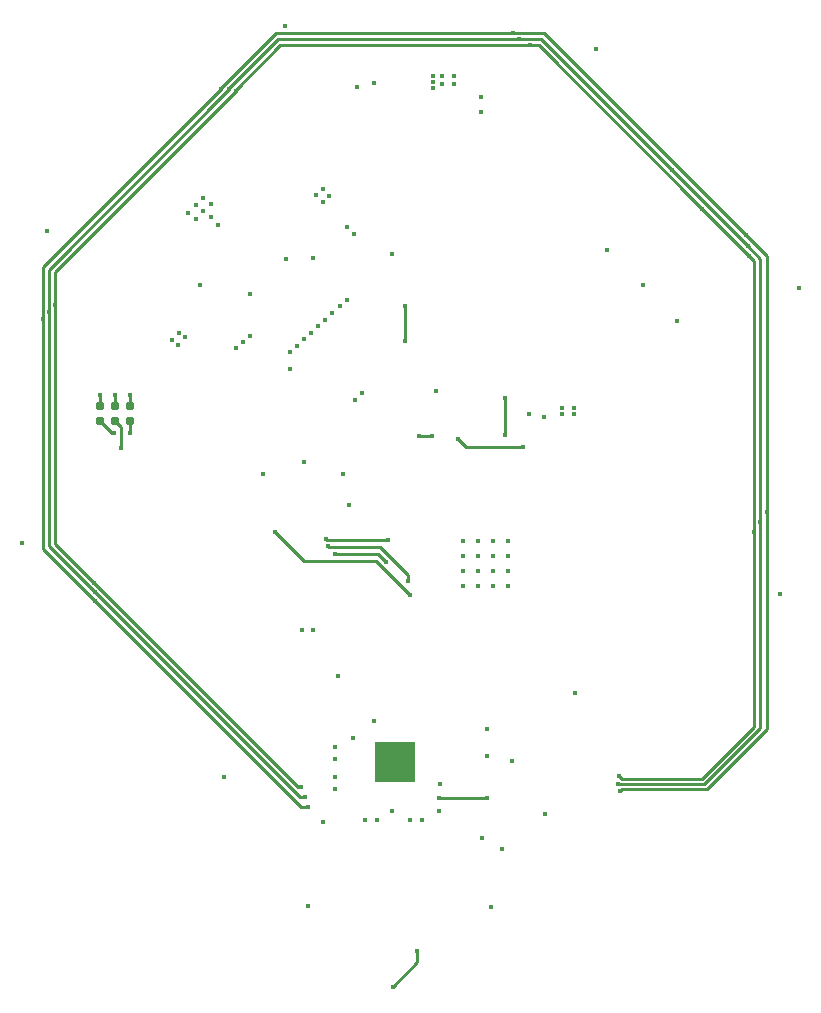
<source format=gbl>
G04 #@! TF.GenerationSoftware,KiCad,Pcbnew,(6.0.11-0)*
G04 #@! TF.CreationDate,2023-01-30T23:46:06+00:00*
G04 #@! TF.ProjectId,maxbox,6d617862-6f78-42e6-9b69-6361645f7063,rev?*
G04 #@! TF.SameCoordinates,Original*
G04 #@! TF.FileFunction,Copper,L4,Bot*
G04 #@! TF.FilePolarity,Positive*
%FSLAX46Y46*%
G04 Gerber Fmt 4.6, Leading zero omitted, Abs format (unit mm)*
G04 Created by KiCad (PCBNEW (6.0.11-0)) date 2023-01-30 23:46:06*
%MOMM*%
%LPD*%
G01*
G04 APERTURE LIST*
G04 #@! TA.AperFunction,ComponentPad*
%ADD10C,0.600000*%
G04 #@! TD*
G04 #@! TA.AperFunction,SMDPad,CuDef*
%ADD11R,3.500000X3.500000*%
G04 #@! TD*
G04 #@! TA.AperFunction,ConnectorPad*
%ADD12C,0.787400*%
G04 #@! TD*
G04 #@! TA.AperFunction,ViaPad*
%ADD13C,0.400000*%
G04 #@! TD*
G04 #@! TA.AperFunction,Conductor*
%ADD14C,0.250000*%
G04 #@! TD*
G04 APERTURE END LIST*
D10*
X-1319500Y-30928000D03*
D11*
X-1319500Y-29478000D03*
D10*
X-2769500Y-30928000D03*
X-2769500Y-29478000D03*
X-2769500Y-28028000D03*
X-1319500Y-28028000D03*
X130500Y-30928000D03*
X130500Y-29478000D03*
X-1319500Y-29478000D03*
X130500Y-28028000D03*
D12*
X-23730000Y-635000D03*
X-23730000Y635000D03*
X-25000000Y-635000D03*
X-25000000Y635000D03*
X-26270000Y-635000D03*
X-26270000Y635000D03*
D13*
X-7200000Y7900000D03*
X-1524000Y-33655000D03*
X-10200000Y5200000D03*
X1016000Y-34417000D03*
X-6000000Y9100000D03*
X-17780000Y10922000D03*
X-8400000Y6800000D03*
X-6600000Y8500000D03*
X-9000000Y6300000D03*
X15748000Y30861000D03*
X-15748000Y-30734000D03*
X-6350000Y-28194000D03*
X11303000Y-254000D03*
X-9600000Y5700000D03*
X-3810000Y-34417000D03*
X-10200000Y3800000D03*
X-1600000Y13500000D03*
X12827000Y0D03*
X-4500000Y27700000D03*
X11430000Y-33909000D03*
X12827000Y508000D03*
X-7800000Y7400000D03*
X-23700000Y1600000D03*
X-3048000Y-26035000D03*
X-6100000Y-22200000D03*
X-10660000Y32790000D03*
X31300000Y-15300000D03*
X-6350000Y-30734000D03*
X32893000Y10668000D03*
X-32893000Y-10922000D03*
X-30734000Y15494000D03*
X-8255000Y-18288000D03*
X-5400000Y9600000D03*
X13843000Y0D03*
X-16891000Y16637000D03*
X-17526000Y17145000D03*
X-16891000Y17780000D03*
X-18161000Y16510000D03*
X-18796000Y17018000D03*
X-18161000Y17653000D03*
X-17526000Y18288000D03*
X-14732000Y5588000D03*
X-14200000Y6100000D03*
X-13589000Y6604000D03*
X-4800000Y15200000D03*
X-5400000Y15800000D03*
X-8255000Y13208000D03*
X-25000000Y1600000D03*
X0Y-34417000D03*
X19685000Y10922000D03*
X2413000Y-33655000D03*
X22606000Y7874000D03*
X4445000Y-13335000D03*
X6477000Y-26670000D03*
X8600000Y-29400000D03*
X5715000Y-13335000D03*
X6096000Y-35941000D03*
X10000000Y0D03*
X-10500000Y13100000D03*
X-5207000Y-7747000D03*
X-6350000Y-31750000D03*
X2540000Y-31369000D03*
X5969000Y26797000D03*
X6985000Y-14605000D03*
X2700000Y27900000D03*
X3700000Y28600000D03*
X4445000Y-12065000D03*
X-9144000Y-18288000D03*
X-4826000Y-27432000D03*
X6985000Y-12065000D03*
X8255000Y-12065000D03*
X5969000Y25527000D03*
X6985000Y-13335000D03*
X6985000Y-10795000D03*
X6477000Y-28956000D03*
X3700000Y27900000D03*
X4445000Y-10795000D03*
X16637000Y13843000D03*
X-3100000Y28000000D03*
X5715000Y-14605000D03*
X-6350000Y-29210000D03*
X-12446000Y-5080000D03*
X-4064000Y1778000D03*
X4445000Y-14605000D03*
X-9017000Y-4064000D03*
X6858000Y-41783000D03*
X8255000Y-13335000D03*
X-7366000Y-34544000D03*
X13843000Y508000D03*
X8255000Y-10795000D03*
X5715000Y-12065000D03*
X8255000Y-14605000D03*
X2700000Y28600000D03*
X-16256000Y16002000D03*
X2159000Y1905000D03*
X-5715000Y-5080000D03*
X-8636000Y-41656000D03*
X-2794000Y-34417000D03*
X13970000Y-23622000D03*
X7747000Y-36830000D03*
X5715000Y-10795000D03*
X-4699000Y1143000D03*
X-13600000Y10100000D03*
X9525000Y-2794000D03*
X1795000Y-1905000D03*
X745000Y-1905000D03*
X4064000Y-2159000D03*
X8001000Y-1777998D03*
X7978892Y1292108D03*
X-19558000Y6858000D03*
X-8001000Y18542000D03*
X-7366000Y19050000D03*
X-19685000Y5842000D03*
X-6858000Y18415000D03*
X-20193000Y6223000D03*
X-7366000Y17907000D03*
X1900000Y28100000D03*
X-19050000Y6477000D03*
X1900000Y28600000D03*
X1905000Y27559000D03*
X-444500Y6159500D03*
X-444500Y9080500D03*
X-7117589Y-10643355D03*
X-23700000Y-1600000D03*
X-1905000Y-10668000D03*
X-26300000Y1600000D03*
X-14769955Y27318925D03*
X17653217Y-30677367D03*
X24700000Y17300000D03*
X28650000Y13350000D03*
X-26750000Y-14350000D03*
X-30100000Y9200000D03*
X-9300000Y-31600000D03*
X10100000Y31200000D03*
X29100000Y-10000000D03*
X-8948531Y-32457653D03*
X-30624501Y8624501D03*
X28570879Y14170879D03*
X22145878Y20645878D03*
X29624501Y-9175499D03*
X-26720879Y-15120879D03*
X-15332743Y27525501D03*
X17606756Y-31372662D03*
X9175499Y31724501D03*
X28400000Y15100000D03*
X-26741758Y-15841758D03*
X-16024501Y27511203D03*
X8650998Y32249002D03*
X-31149002Y8049002D03*
X30149002Y-8350998D03*
X17735144Y-31975722D03*
X-8689810Y-33330140D03*
X-1500000Y-48500000D03*
X600000Y-45500000D03*
X-25075500Y-1646837D03*
X-6973359Y-11240882D03*
X-180739Y-14150739D03*
X-2037443Y-12587080D03*
X-24529122Y-2929122D03*
X-6350000Y-11920990D03*
X-11429998Y-10033000D03*
X0Y-15367000D03*
X2413000Y-32512000D03*
X6477000Y-32512000D03*
D14*
X-23730000Y1570000D02*
X-23700000Y1600000D01*
X-23730000Y635000D02*
X-23730000Y1570000D01*
X-25000000Y1600000D02*
X-25000000Y635000D01*
X9525000Y-2794000D02*
X4699000Y-2794000D01*
X1795000Y-1905000D02*
X745000Y-1905000D01*
X4699000Y-2794000D02*
X4064000Y-2159000D01*
X7978892Y1292108D02*
X7978892Y-1755890D01*
X7978892Y-1755890D02*
X8001000Y-1777998D01*
X-444500Y9080500D02*
X-444500Y8797658D01*
X-444500Y8797658D02*
X-444500Y6159500D01*
X-23700000Y-1600000D02*
X-23700000Y-665000D01*
X-1905000Y-10668000D02*
X-7092944Y-10668000D01*
X-7092944Y-10668000D02*
X-7117589Y-10643355D01*
X-26300000Y1600000D02*
X-26300000Y665000D01*
X29100000Y-10000000D02*
X29100000Y-26500000D01*
X24700000Y-30900000D02*
X17875850Y-30900000D01*
X-30100000Y12016486D02*
X-14797561Y27318925D01*
X-14769955Y27430045D02*
X-14769955Y27318925D01*
X10100000Y31200000D02*
X-11000000Y31200000D01*
X-14797561Y27318925D02*
X-14769955Y27318925D01*
X24700000Y17350000D02*
X10850000Y31200000D01*
X10850000Y31200000D02*
X10100000Y31200000D01*
X-11000000Y31200000D02*
X-14769955Y27430045D01*
X29100000Y-10000000D02*
X29100000Y12900000D01*
X29100000Y-26500000D02*
X24700000Y-30900000D01*
X29100000Y12900000D02*
X28650000Y13350000D01*
X-26750000Y-14350000D02*
X-30100000Y-11000000D01*
X-9500000Y-31600000D02*
X-26750000Y-14350000D01*
X24700000Y17300000D02*
X24700000Y17350000D01*
X-30100000Y-11000000D02*
X-30100000Y9200000D01*
X-30100000Y9200000D02*
X-30100000Y12016486D01*
X-9300000Y-31600000D02*
X-9500000Y-31600000D01*
X17875850Y-30900000D02*
X17653217Y-30677367D01*
X28650000Y13350000D02*
X24700000Y17300000D01*
X-30624501Y8624501D02*
X-30624501Y12169445D01*
X29624501Y-9175499D02*
X29624501Y13117257D01*
X17687301Y-31387861D02*
X17621955Y-31387861D01*
X9175499Y31724501D02*
X-11217257Y31724501D01*
X9175499Y31724501D02*
X11067255Y31724501D01*
X28570879Y14170879D02*
X22145878Y20595880D01*
X29624501Y13117257D02*
X28570879Y14170879D01*
X29624501Y-9175499D02*
X29624501Y-26611203D01*
X-30624501Y-11217257D02*
X-30624501Y8624501D01*
X24885215Y-31350489D02*
X17724672Y-31350490D01*
X22145878Y20595880D02*
X22145878Y20645878D01*
X-9384105Y-32457653D02*
X-26720879Y-15120879D01*
X29624501Y-26611203D02*
X24885215Y-31350489D01*
X-11217257Y31724501D02*
X-15332743Y27609015D01*
X17724672Y-31350490D02*
X17687301Y-31387861D01*
X17621955Y-31387861D02*
X17606756Y-31372662D01*
X-8948531Y-32457653D02*
X-9384105Y-32457653D01*
X-15332743Y27461203D02*
X-15332743Y27525501D01*
X-15332743Y27609015D02*
X-15332743Y27525501D01*
X-30624501Y12169445D02*
X-15332743Y27461203D01*
X-26720879Y-15120879D02*
X-30624501Y-11217257D01*
X11067255Y31724501D02*
X22145878Y20645878D01*
X28400000Y15100000D02*
X30149002Y13350998D01*
X17910866Y-31800000D02*
X17735144Y-31975722D01*
X30149002Y-26722406D02*
X25071408Y-31800000D01*
X-11350998Y32249002D02*
X-16024501Y27575499D01*
X11284512Y32249002D02*
X8650998Y32249002D01*
X30149002Y-8350998D02*
X30149002Y-26722406D01*
X28400000Y15100000D02*
X28400000Y15133514D01*
X30149002Y13350998D02*
X30149002Y-8350998D01*
X-26741758Y-15841758D02*
X-9253376Y-33330140D01*
X-16024501Y27511203D02*
X-31149002Y12386702D01*
X8650998Y32249002D02*
X-11350998Y32249002D01*
X-16024501Y27575499D02*
X-16024501Y27511203D01*
X-31149002Y12386702D02*
X-31149002Y8049002D01*
X25071408Y-31800000D02*
X17910866Y-31800000D01*
X-31149002Y-11434514D02*
X-26741758Y-15841758D01*
X-31149002Y8049002D02*
X-31149002Y-11434514D01*
X28400000Y15133514D02*
X11284512Y32249002D01*
X-9253376Y-33330140D02*
X-8689810Y-33330140D01*
X600000Y-46400000D02*
X-1500000Y-48500000D01*
X600000Y-45500000D02*
X600000Y-46400000D01*
X-180739Y-13666782D02*
X-2544521Y-11303000D01*
X-25258163Y-1646837D02*
X-25075500Y-1646837D01*
X-6911241Y-11303000D02*
X-6973359Y-11240882D01*
X-180739Y-14150739D02*
X-180739Y-13666782D01*
X-26270000Y-635000D02*
X-25258163Y-1646837D01*
X-2544521Y-11303000D02*
X-6911241Y-11303000D01*
X-2037443Y-12587080D02*
X-2703533Y-11920990D01*
X-2703533Y-11920990D02*
X-6350000Y-11920990D01*
X-24529122Y-1105878D02*
X-24529122Y-2929122D01*
X-25000000Y-635000D02*
X-24529122Y-1105878D01*
X-9016998Y-12446000D02*
X-11429998Y-10033000D01*
X-2921000Y-12446000D02*
X-9016998Y-12446000D01*
X0Y-15367000D02*
X-2921000Y-12446000D01*
X6477000Y-32512000D02*
X2413000Y-32512000D01*
M02*

</source>
